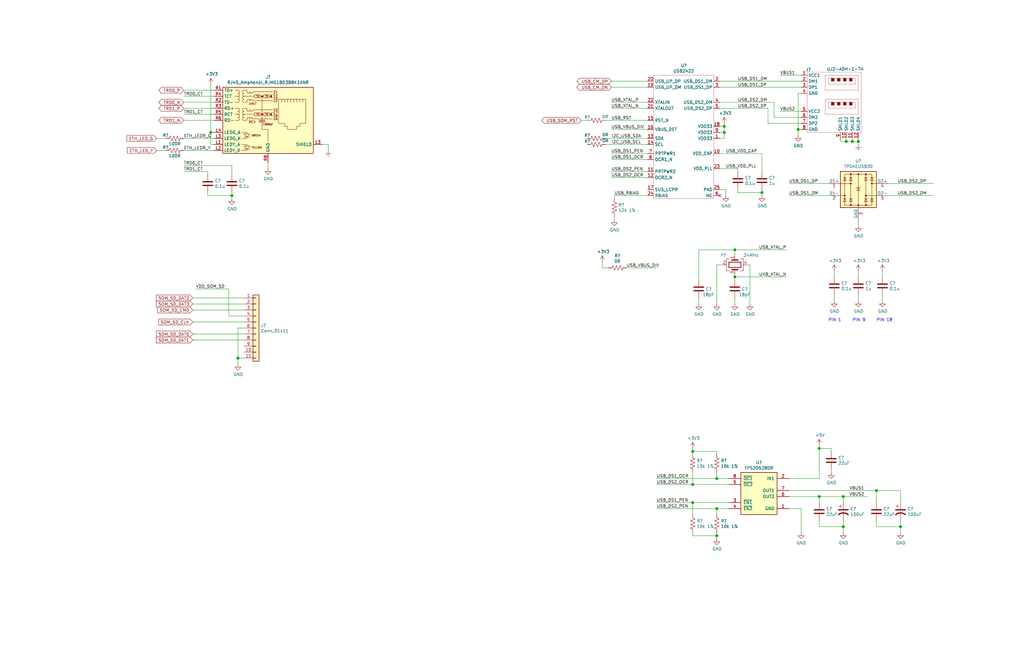
<source format=kicad_sch>
(kicad_sch (version 20201015) (generator eeschema)
  (page 1 6)
  (paper "B")
  (lib_symbols
    (symbol "Connector:RJ45_Amphenol_RJMG1BD3B8K1ANR"
      (property "Reference" "J" (at 19.05 15.24 0))
      (property "Value" "RJ45_Amphenol_RJMG1BD3B8K1ANR" (at -19.05 15.24 0))
      (symbol "RJ45_Amphenol_RJMG1BD3B8K1ANR_0_1"
        (arc (start -12.7 0) (end -12.7 1.27) (radius (at -12.7 0.635) (length 0.635) (angles -89.9 89.9)))
        (arc (start -12.7 1.27) (end -12.7 2.54) (radius (at -12.7 1.905) (length 0.635) (angles -89.9 89.9)))
        (arc (start -12.7 2.54) (end -12.7 3.81) (radius (at -12.7 3.175) (length 0.635) (angles -89.9 89.9)))
        (arc (start -12.7 3.81) (end -12.7 5.08) (radius (at -12.7 4.445) (length 0.635) (angles -89.9 89.9)))
        (arc (start -12.7 7.62) (end -12.7 8.89) (radius (at -12.7 8.255) (length 0.635) (angles -89.9 89.9)))
        (arc (start -12.7 8.89) (end -12.7 10.16) (radius (at -12.7 9.525) (length 0.635) (angles -89.9 89.9)))
        (arc (start -12.7 10.16) (end -12.7 11.43) (radius (at -12.7 10.795) (length 0.635) (angles -89.9 89.9)))
        (arc (start -12.7 11.43) (end -12.7 12.7) (radius (at -12.7 12.065) (length 0.635) (angles -89.9 89.9)))
        (arc (start -10.16 1.27) (end -10.16 0) (radius (at -10.16 0.635) (length 0.635) (angles 90.1 -90.1)))
        (arc (start -10.16 2.54) (end -10.16 1.27) (radius (at -10.16 1.905) (length 0.635) (angles 90.1 -90.1)))
        (arc (start -10.16 3.81) (end -10.16 2.54) (radius (at -10.16 3.175) (length 0.635) (angles 90.1 -90.1)))
        (arc (start -10.16 5.08) (end -10.16 3.81) (radius (at -10.16 4.445) (length 0.635) (angles 90.1 -90.1)))
        (arc (start -10.16 8.89) (end -10.16 7.62) (radius (at -10.16 8.255) (length 0.635) (angles 90.1 -90.1)))
        (arc (start -10.16 10.16) (end -10.16 8.89) (radius (at -10.16 9.525) (length 0.635) (angles 90.1 -90.1)))
        (arc (start -10.16 11.43) (end -10.16 10.16) (radius (at -10.16 10.795) (length 0.635) (angles 90.1 -90.1)))
        (arc (start -10.16 12.7) (end -10.16 11.43) (radius (at -10.16 12.065) (length 0.635) (angles 90.1 -90.1)))
        (arc (start -7.62 0.635) (end -8.89 0.635) (radius (at -8.255 0.635) (length 0.635) (angles 0.1 179.9)))
        (arc (start -8.89 4.445) (end -7.62 4.445) (radius (at -8.255 4.445) (length 0.635) (angles -179.9 -0.1)))
        (arc (start -7.62 8.255) (end -8.89 8.255) (radius (at -8.255 8.255) (length 0.635) (angles 0.1 179.9)))
        (arc (start -8.89 12.065) (end -7.62 12.065) (radius (at -8.255 12.065) (length 0.635) (angles -179.9 -0.1)))
        (arc (start -6.35 0.635) (end -7.62 0.635) (radius (at -6.985 0.635) (length 0.635) (angles 0.1 179.9)))
        (arc (start -7.62 4.445) (end -6.35 4.445) (radius (at -6.985 4.445) (length 0.635) (angles -179.9 -0.1)))
        (arc (start -6.35 8.255) (end -7.62 8.255) (radius (at -6.985 8.255) (length 0.635) (angles 0.1 179.9)))
        (arc (start -7.62 12.065) (end -6.35 12.065) (radius (at -6.985 12.065) (length 0.635) (angles -179.9 -0.1)))
        (rectangle (start -19.05 -13.97) (end 19.05 13.97) (stroke (width 0.254)) (fill (type background)))
        (rectangle (start -5.715 3.175) (end -3.175 1.905))
        (rectangle (start -5.715 10.795) (end -3.175 9.525))
        (rectangle (start -1.905 3.175) (end 0.635 1.905))
        (rectangle (start -1.905 10.795) (end 0.635 9.525))
        (polyline (pts (xy -12.7 0) (xy -13.97 0)))
        (polyline (pts (xy -12.7 2.54) (xy -13.97 2.54)))
        (polyline (pts (xy -12.7 5.08) (xy -13.97 5.08)))
        (polyline (pts (xy -12.7 7.62) (xy -13.97 7.62)))
        (polyline (pts (xy -12.7 10.16) (xy -13.97 10.16)))
        (polyline (pts (xy -12.7 12.7) (xy -13.97 12.7)))
        (polyline (pts (xy -6.35 0.635) (xy 1.905 0.635)))
        (polyline (pts (xy -6.35 4.445) (xy 1.905 4.445)))
        (polyline (pts (xy -6.35 8.255) (xy 1.905 8.255)))
        (polyline (pts (xy -6.35 12.065) (xy 1.905 12.065)))
        (polyline (pts (xy -5.715 2.54) (xy -10.16 2.54)))
        (polyline (pts (xy -5.715 10.16) (xy -10.16 10.16)))
        (polyline (pts (xy -3.175 2.54) (xy -1.905 2.54)))
        (polyline (pts (xy -3.175 10.16) (xy -1.905 10.16)))
        (polyline (pts (xy 5.715 7.62) (xy 5.715 8.89)))
        (polyline (pts (xy 6.985 8.89) (xy 6.985 7.62)))
        (polyline (pts (xy 8.255 8.89) (xy 8.255 7.62)))
        (polyline (pts (xy 9.525 8.89) (xy 9.525 7.62)))
        (polyline (pts (xy 10.795 8.89) (xy 10.795 7.62)))
        (polyline (pts (xy 12.065 8.89) (xy 12.065 7.62)))
        (polyline (pts (xy 13.335 7.62) (xy 13.335 8.89)))
        (polyline (pts (xy 14.605 7.62) (xy 14.605 8.89)))
        (polyline (pts (xy -10.16 5.08) (xy -8.89 5.08) (xy -8.89 4.445)))
        (polyline (pts (xy -10.16 12.7) (xy -8.89 12.7) (xy -8.89 12.065)))
        (polyline (pts (xy -8.89 0.635) (xy -8.89 0) (xy -10.16 0)))
        (polyline (pts (xy -8.89 8.255) (xy -8.89 7.62) (xy -10.16 7.62)))
        (polyline (pts (xy 4.445 8.89) (xy 15.875 8.89) (xy 15.875 -1.27) (xy 13.335 -1.27) (xy 13.335 -2.54) (xy 12.065 -2.54) (xy 12.065 -3.81) (xy 8.255 -3.81) (xy 8.255 -2.54) (xy 6.985 -2.54) (xy 6.985 -1.27) (xy 4.445 -1.27) (xy 4.445 8.89)))
      )
      (symbol "RJ45_Amphenol_RJMG1BD3B8K1ANR_0_0"
        (circle (center -2.54 2.54) (radius 0.254) (stroke (width 0.254)) (fill (type outline)))
        (circle (center -2.54 10.16) (radius 0.254) (stroke (width 0.254)) (fill (type outline)))
        (circle (center 1.27 2.54) (radius 0.254) (stroke (width 0.254)) (fill (type outline)))
        (circle (center 1.27 10.16) (radius 0.254) (stroke (width 0.254)) (fill (type outline)))
        (text "1000pF" (at 0 -1.651 0) (effects (font (size 0.762 0.762))))
        (text "75" (at -4.445 2.54 0) (effects (font (size 0.762 0.762))))
        (text "75" (at -4.445 10.16 0) (effects (font (size 0.762 0.762))))
        (text "75" (at -0.635 2.54 0) (effects (font (size 0.762 0.762))))
        (text "75" (at -0.635 10.16 0) (effects (font (size 0.762 0.762))))
        (text "C1" (at 3.175 12.065 0) (effects (font (size 0.889 0.889))))
        (text "C2" (at 3.175 8.255 0) (effects (font (size 0.889 0.889))))
        (text "C3" (at 3.175 4.445 0) (effects (font (size 0.889 0.889))))
        (text "C4" (at 3.175 10.795 0) (effects (font (size 0.889 0.889))))
        (text "C5" (at 3.175 9.525 0) (effects (font (size 0.889 0.889))))
        (text "C6" (at 3.175 0.635 0) (effects (font (size 0.889 0.889))))
        (text "C7" (at 3.175 3.175 0) (effects (font (size 0.889 0.889))))
        (text "C8" (at 3.175 1.905 0) (effects (font (size 0.889 0.889))))
        (text "GREEN" (at -6.985 -6.35 0) (effects (font (size 0.762 0.762)) (justify left)))
        (text "RCV" (at -8.255 -0.635 0) (effects (font (size 1.016 1.016)) (justify left)))
        (text "XMIT" (at -8.255 6.985 0) (effects (font (size 1.016 1.016)) (justify left)))
        (text "YELLOW" (at -6.985 -11.43 0) (effects (font (size 0.762 0.762)) (justify left)))
        (polyline (pts (xy -7.62 -12.065) (xy -10.16 -12.065)))
        (polyline (pts (xy -7.62 -6.985) (xy -10.16 -6.985)))
        (polyline (pts (xy -2.54 10.16) (xy -2.54 0)))
        (polyline (pts (xy -1.27 -0.635) (xy -3.81 -0.635)) (stroke (width 0.254)))
        (polyline (pts (xy -1.27 0) (xy -3.81 0)) (stroke (width 0.254)))
        (polyline (pts (xy 1.27 2.54) (xy 0.635 2.54)))
        (polyline (pts (xy 1.27 10.16) (xy 0.635 10.16)))
        (polyline (pts (xy -11.176 -12.7) (xy -8.89 -12.7) (xy -8.89 -12.065)))
        (polyline (pts (xy -11.176 -10.16) (xy -8.89 -10.16) (xy -8.89 -10.795)))
        (polyline (pts (xy -11.176 -5.08) (xy -8.89 -5.08) (xy -8.89 -5.715)))
        (polyline (pts (xy -8.89 -6.985) (xy -8.89 -7.62) (xy -11.176 -7.62)))
        (polyline (pts (xy -10.16 -5.715) (xy -7.62 -5.715) (xy -8.89 -6.985) (xy -10.16 -5.715)))
        (polyline (pts (xy -7.62 -10.795) (xy -10.16 -10.795) (xy -8.89 -12.065) (xy -7.62 -10.795)))
        (polyline (pts (xy -2.54 -0.635) (xy -2.54 -3.81) (xy 0 -3.81) (xy 0 -8.89)))
        (polyline (pts (xy 1.905 3.175) (xy 1.27 3.175) (xy 1.27 1.905) (xy 1.905 1.905)))
        (polyline (pts (xy 1.905 10.795) (xy 1.27 10.795) (xy 1.27 9.525) (xy 1.905 9.525)))
      )
      (symbol "RJ45_Amphenol_RJMG1BD3B8K1ANR_1_1"
        (pin passive line (at 22.86 -10.16 180) (length 3.81) (name "SHIELD") (number "13"))
        (pin passive line (at -22.86 -10.16 0) (length 3.81) (name "LEDY_A") (number "L1"))
        (pin passive line (at -22.86 -12.7 0) (length 3.81) (name "LEDY_K") (number "L2"))
        (pin passive line (at -22.86 -7.62 0) (length 3.81) (name "LEDG_K") (number "L3"))
        (pin passive line (at -22.86 -5.08 0) (length 3.81) (name "LEDG_A") (number "L4"))
        (pin passive line (at -22.86 12.7 0) (length 3.81) (name "TD+") (number "R1"))
        (pin passive line (at -22.86 7.62 0) (length 3.81) (name "TD-") (number "R2"))
        (pin passive line (at -22.86 5.08 0) (length 3.81) (name "RD+") (number "R3"))
        (pin passive line (at -22.86 10.16 0) (length 3.81) (name "TCT") (number "R4"))
        (pin passive line (at -22.86 2.54 0) (length 3.81) (name "RCT") (number "R5"))
        (pin passive line (at -22.86 0 0) (length 3.81) (name "RD-") (number "R6"))
        (pin unconnected line (at 5.08 -5.08 0) (length 0) hide (name "NC") (number "R7"))
        (pin power_in line (at 0 -17.78 90) (length 3.81) (name "GND") (number "R8"))
      )
    )
    (symbol "Connector_Generic:Conn_01x11" (pin_names (offset 1.016) hide)
      (property "Reference" "J" (at 0 15.24 0))
      (property "Value" "Conn_01x11" (at 0 -15.24 0))
      (symbol "Conn_01x11_1_1"
        (rectangle (start -1.27 -4.953) (end 0 -5.207) (stroke (width 0.1524)))
        (rectangle (start -1.27 -7.493) (end 0 -7.747) (stroke (width 0.1524)))
        (rectangle (start -1.27 -10.033) (end 0 -10.287) (stroke (width 0.1524)))
        (rectangle (start -1.27 -12.573) (end 0 -12.827) (stroke (width 0.1524)))
        (rectangle (start -1.27 -2.413) (end 0 -2.667) (stroke (width 0.1524)))
        (rectangle (start -1.27 2.667) (end 0 2.413) (stroke (width 0.1524)))
        (rectangle (start -1.27 5.207) (end 0 4.953) (stroke (width 0.1524)))
        (rectangle (start -1.27 7.747) (end 0 7.493) (stroke (width 0.1524)))
        (rectangle (start -1.27 10.287) (end 0 10.033) (stroke (width 0.1524)))
        (rectangle (start -1.27 0.127) (end 0 -0.127) (stroke (width 0.1524)))
        (rectangle (start -1.27 12.827) (end 0 12.573) (stroke (width 0.1524)))
        (rectangle (start -1.27 13.97) (end 1.27 -13.97) (stroke (width 0.254)) (fill (type background)))
        (pin passive line (at -5.08 12.7 0) (length 3.81) (name "Pin_1") (number "1"))
        (pin passive line (at -5.08 -10.16 0) (length 3.81) (name "Pin_10") (number "10"))
        (pin passive line (at -5.08 -12.7 0) (length 3.81) (name "Pin_11") (number "11"))
        (pin passive line (at -5.08 10.16 0) (length 3.81) (name "Pin_2") (number "2"))
        (pin passive line (at -5.08 7.62 0) (length 3.81) (name "Pin_3") (number "3"))
        (pin passive line (at -5.08 5.08 0) (length 3.81) (name "Pin_4") (number "4"))
        (pin passive line (at -5.08 2.54 0) (length 3.81) (name "Pin_5") (number "5"))
        (pin passive line (at -5.08 0 0) (length 3.81) (name "Pin_6") (number "6"))
        (pin passive line (at -5.08 -2.54 0) (length 3.81) (name "Pin_7") (number "7"))
        (pin passive line (at -5.08 -5.08 0) (length 3.81) (name "Pin_8") (number "8"))
        (pin passive line (at -5.08 -7.62 0) (length 3.81) (name "Pin_9") (number "9"))
      )
    )
    (symbol "Device:C" (pin_numbers hide) (pin_names (offset 0.254))
      (property "Reference" "C" (at 0.635 2.54 0))
      (property "Value" "C" (at 0.635 -2.54 0))
      (symbol "C_0_1"
        (polyline (pts (xy -2.032 -0.762) (xy 2.032 -0.762)) (stroke (width 0.508)))
        (polyline (pts (xy -2.032 0.762) (xy 2.032 0.762)) (stroke (width 0.508)))
      )
      (symbol "C_1_1"
        (pin passive line (at 0 3.81 270) (length 2.794) (name "~") (number "1"))
        (pin passive line (at 0 -3.81 90) (length 2.794) (name "~") (number "2"))
      )
    )
    (symbol "Device:C_Polarized_US" (pin_numbers hide) (pin_names (offset 0.254) hide)
      (property "Reference" "C" (at 0.635 2.54 0))
      (property "Value" "C_Polarized_US" (at 0.635 -2.54 0))
      (symbol "C_Polarized_US_0_1"
        (arc (start -2.032 -1.27) (end 2.032 -1.27) (radius (at 0 -3.81) (length 3.2512) (angles 128.7 51.3)) (stroke (width 0.508)))
        (polyline (pts (xy -2.032 0.762) (xy 2.032 0.762)) (stroke (width 0.508)))
        (polyline (pts (xy -1.778 2.286) (xy -0.762 2.286)))
        (polyline (pts (xy -1.27 1.778) (xy -1.27 2.794)))
      )
      (symbol "C_Polarized_US_1_1"
        (pin passive line (at 0 3.81 270) (length 2.794) (name "~") (number "1"))
        (pin passive line (at 0 -3.81 90) (length 3.302) (name "~") (number "2"))
      )
    )
    (symbol "Device:Crystal_GND24" (pin_names (offset 1.016) hide)
      (property "Reference" "Y" (at 3.175 5.08 0))
      (property "Value" "Crystal_GND24" (at 3.175 3.175 0))
      (symbol "Crystal_GND24_0_1"
        (rectangle (start -1.143 2.54) (end 1.143 -2.54) (stroke (width 0.3048)))
        (polyline (pts (xy -2.54 0) (xy -2.032 0)))
        (polyline (pts (xy -2.032 -1.27) (xy -2.032 1.27)) (stroke (width 0.508)))
        (polyline (pts (xy 0 -3.81) (xy 0 -3.556)))
        (polyline (pts (xy 0 3.556) (xy 0 3.81)))
        (polyline (pts (xy 2.032 -1.27) (xy 2.032 1.27)) (stroke (width 0.508)))
        (polyline (pts (xy 2.032 0) (xy 2.54 0)))
        (polyline (pts (xy -2.54 -2.286) (xy -2.54 -3.556) (xy 2.54 -3.556) (xy 2.54 -2.286)))
        (polyline (pts (xy -2.54 2.286) (xy -2.54 3.556) (xy 2.54 3.556) (xy 2.54 2.286)))
      )
      (symbol "Crystal_GND24_1_1"
        (pin passive line (at -3.81 0 0) (length 1.27) (name "1") (number "1"))
        (pin passive line (at 0 5.08 270) (length 1.27) (name "2") (number "2"))
        (pin passive line (at 3.81 0 180) (length 1.27) (name "3") (number "3"))
        (pin passive line (at 0 -5.08 90) (length 1.27) (name "4") (number "4"))
      )
    )
    (symbol "Device:R_US" (pin_numbers hide) (pin_names (offset 0))
      (property "Reference" "R" (at 2.54 0 90))
      (property "Value" "R_US" (at -2.54 0 90))
      (symbol "R_US_0_1"
        (polyline (pts (xy 0 -2.286) (xy 0 -2.54)))
        (polyline (pts (xy 0 2.286) (xy 0 2.54)))
        (polyline (pts (xy 0 -0.762) (xy 1.016 -1.143) (xy 0 -1.524) (xy -1.016 -1.905) (xy 0 -2.286)))
        (polyline (pts (xy 0 0.762) (xy 1.016 0.381) (xy 0 0) (xy -1.016 -0.381) (xy 0 -0.762)))
        (polyline (pts (xy 0 2.286) (xy 1.016 1.905) (xy 0 1.524) (xy -1.016 1.143) (xy 0 0.762)))
      )
      (symbol "R_US_1_1"
        (pin passive line (at 0 3.81 270) (length 1.27) (name "~") (number "1"))
        (pin passive line (at 0 -3.81 90) (length 1.27) (name "~") (number "2"))
      )
    )
    (symbol "KlipperShip_Symbols:TPS2052BDR" (pin_names (offset 1.016))
      (property "Reference" "U" (at 0 10.795 0))
      (property "Value" "TPS2052BDR" (at 0 8.89 0))
      (symbol "TPS2052BDR_0_1"
        (rectangle (start -7.62 7.62) (end 7.62 -10.16) (stroke (width 0.254)) (fill (type background)))
      )
      (symbol "TPS2052BDR_1_1"
        (pin power_in line (at 12.7 -7.62 180) (length 5.08) (name "GND") (number "1"))
        (pin power_in line (at 12.7 5.08 180) (length 5.08) (name "IN1") (number "2"))
        (pin input line (at -12.7 -5.08 0) (length 5.08) (name "~EN1") (number "3"))
        (pin input line (at -12.7 -7.62 0) (length 5.08) (name "~EN2") (number "4"))
        (pin open_collector line (at -12.7 2.54 0) (length 5.08) (name "~OC2") (number "5"))
        (pin power_out line (at 12.7 -2.54 180) (length 5.08) (name "OUT2") (number "6"))
        (pin power_out line (at 12.7 0 180) (length 5.08) (name "OUT1") (number "7"))
        (pin open_collector line (at -12.7 5.08 0) (length 5.08) (name "~OC1") (number "8"))
      )
    )
    (symbol "KlipperShip_Symbols:UJ2-ADH-1-TH"
      (property "Reference" "J" (at -8.89 12.7 0))
      (property "Value" "UJ2-ADH-1-TH" (at -6.35 -15.24 0))
      (symbol "UJ2-ADH-1-TH_0_1"
        (rectangle (start -10.16 11.43) (end 12.7 -13.97) (stroke (width 0.0006)))
        (rectangle (start -2.54 10.16) (end 11.43 3.81) (stroke (width 0.0006)))
        (rectangle (start -2.54 0) (end 11.43 -6.35) (stroke (width 0.0006)))
        (rectangle (start -1.27 -1.27) (end 10.16 -3.81) (stroke (width 0.0006)))
        (rectangle (start -1.27 8.89) (end 10.16 6.35) (stroke (width 0.0006)))
        (rectangle (start 0 8.89) (end 1.27 7.62) (stroke (width 0.001)) (fill (type outline)))
        (rectangle (start 2.54 8.89) (end 3.81 7.62) (stroke (width 0.001)) (fill (type outline)))
        (rectangle (start 5.08 8.89) (end 6.35 7.62) (stroke (width 0.001)) (fill (type outline)))
        (rectangle (start 7.62 8.89) (end 8.89 7.62) (stroke (width 0.001)) (fill (type outline)))
        (rectangle (start 0 -1.27) (end 1.27 -2.54) (stroke (width 0.001)) (fill (type outline)))
        (rectangle (start 2.54 -1.27) (end 3.81 -2.54) (stroke (width 0.001)) (fill (type outline)))
        (rectangle (start 5.08 -1.27) (end 6.35 -2.54) (stroke (width 0.001)) (fill (type outline)))
        (rectangle (start 7.62 -1.27) (end 8.89 -2.54) (stroke (width 0.001)) (fill (type outline)))
      )
      (symbol "UJ2-ADH-1-TH_0_0"
        (pin power_in line (at -12.7 10.16 0) (length 2.54) (name "VCC1") (number "1"))
        (pin bidirectional line (at -12.7 7.62 0) (length 2.54) (name "DM1") (number "2"))
        (pin bidirectional line (at -12.7 5.08 0) (length 2.54) (name "DP1") (number "3"))
        (pin power_in line (at -12.7 2.54 0) (length 2.54) (name "GND") (number "4"))
        (pin power_in line (at -12.7 -5.08 0) (length 2.54) (name "VCC2") (number "5"))
        (pin bidirectional line (at -12.7 -7.62 0) (length 2.54) (name "DM2") (number "6"))
        (pin bidirectional line (at -12.7 -10.16 0) (length 2.54) (name "DP2") (number "7"))
        (pin power_in line (at -12.7 -12.7 0) (length 2.54) (name "GND") (number "8"))
        (pin passive line (at 3.81 -16.51 90) (length 2.54) (name "SHLD1") (number "9"))
        (pin passive line (at 6.35 -16.51 90) (length 2.54) (name "SHLD2") (number "10"))
        (pin passive line (at 8.89 -16.51 90) (length 2.54) (name "SHLD3") (number "11"))
        (pin passive line (at 11.43 -16.51 90) (length 2.54) (name "SHLD4") (number "12"))
      )
    )
    (symbol "KlipperShip_Symbols:USB2422"
      (property "Reference" "U" (at -11.43 25.4 0))
      (property "Value" "USB2422" (at 8.89 -29.21 0))
      (symbol "USB2422_0_1"
        (rectangle (start -12.7 24.13) (end 12.7 -27.94) (stroke (width 0.0006)))
      )
      (symbol "USB2422_0_0"
        (pin power_in line (at 15.24 -2.54 180) (length 2.54) (name "VDD33") (number "1"))
        (pin bidirectional line (at -15.24 19.05 0) (length 2.54) (name "USB_UP_DM") (number "19"))
        (pin bidirectional line (at -15.24 21.59 0) (length 2.54) (name "USB_UP_DP") (number "20"))
        (pin bidirectional line (at -15.24 1.27 0) (length 2.54) (name "VBUS_DET") (number "16"))
        (pin bidirectional line (at 15.24 21.59 180) (length 2.54) (name "USB_DS1_DM") (number "2"))
        (pin bidirectional line (at 15.24 19.05 180) (length 2.54) (name "USB_DS1_DP") (number "3"))
        (pin bidirectional line (at 15.24 12.7 180) (length 2.54) (name "USB_DS2_DM") (number "4"))
        (pin bidirectional line (at 15.24 10.16 180) (length 2.54) (name "USB_DS2_DP") (number "5"))
        (pin passive line (at 15.24 -26.67 180) (length 2.54) (name "NC") (number "6"))
        (pin passive line (at -15.24 -8.89 0) (length 2.54) (name "PRTPWR1") (number "7"))
        (pin passive line (at -15.24 -16.51 0) (length 2.54) (name "PRTPWR2") (number "11"))
        (pin passive line (at -15.24 -11.43 0) (length 2.54) (name "OCR1_N") (number "8"))
        (pin passive line (at -15.24 -19.05 0) (length 2.54) (name "OCR2_N") (number "12"))
        (pin output line (at -15.24 -26.67 0) (length 2.54) (name "RBIAS") (number "24"))
        (pin bidirectional line (at -15.24 -2.54 0) (length 2.54) (name "SDA") (number "13"))
        (pin input line (at -15.24 -5.08 0) (length 2.54) (name "SCL") (number "14"))
        (pin bidirectional line (at -15.24 12.7 0) (length 2.54) (name "XTALIN") (number "22"))
        (pin bidirectional line (at -15.24 10.16 0) (length 2.54) (name "XTALOUT") (number "21"))
        (pin bidirectional line (at -15.24 5.08 0) (length 2.54) (name "RST_N") (number "15"))
        (pin bidirectional line (at -15.24 -24.13 0) (length 2.54) (name "SUS_LCPR") (number "17"))
        (pin power_in line (at 15.24 0 180) (length 2.54) (name "VDD33") (number "9"))
        (pin power_in line (at 15.24 2.54 180) (length 2.54) (name "VDD33") (number "18"))
        (pin power_out line (at 15.24 -8.89 180) (length 2.54) (name "VDD_CAP") (number "10"))
        (pin power_out line (at 15.24 -15.24 180) (length 2.54) (name "VDD_PLL") (number "23"))
        (pin power_out line (at 15.24 -24.13 180) (length 2.54) (name "PAD") (number "25"))
      )
    )
    (symbol "Power_Protection:TPD4EUSB30" (pin_names (offset 0))
      (property "Reference" "U" (at -0.635 8.89 0))
      (property "Value" "TPD4EUSB30" (at 8.89 -10.16 0))
      (symbol "TPD4EUSB30_0_1"
        (circle (center -5.715 -2.54) (radius 0.2794) (fill (type outline)))
        (circle (center -3.175 -6.604) (radius 0.2794) (fill (type outline)))
        (circle (center -3.175 2.54) (radius 0.2794) (fill (type outline)))
        (circle (center -3.175 6.477) (radius 0.2794) (fill (type outline)))
        (circle (center 0 -6.604) (radius 0.2794) (fill (type outline)))
        (circle (center 0 6.477) (radius 0.2794) (fill (type outline)))
        (circle (center 3.175 -6.604) (radius 0.2794) (fill (type outline)))
        (circle (center 3.175 -2.54) (radius 0.2794) (fill (type outline)))
        (circle (center 3.175 6.477) (radius 0.2794) (fill (type outline)))
        (circle (center 5.715 2.54) (radius 0.2794) (fill (type outline)))
        (rectangle (start -7.62 7.62) (end 7.62 -7.62) (stroke (width 0.254)) (fill (type background)))
        (polyline (pts (xy -7.747 2.54) (xy -3.175 2.54)))
        (polyline (pts (xy -7.62 -2.54) (xy -5.715 -2.54)))
        (polyline (pts (xy -5.08 -3.81) (xy -6.35 -3.81)))
        (polyline (pts (xy -5.08 5.08) (xy -6.35 5.08)))
        (polyline (pts (xy -2.54 -3.81) (xy -3.81 -3.81)))
        (polyline (pts (xy -2.54 5.08) (xy -3.81 5.08)))
        (polyline (pts (xy -0.635 0.889) (xy -1.016 0.635)))
        (polyline (pts (xy 0 -6.604) (xy 0 -7.62)))
        (polyline (pts (xy 0.635 0.889) (xy -0.635 0.889)))
        (polyline (pts (xy 0.635 0.889) (xy 1.016 1.143)))
        (polyline (pts (xy 3.81 -3.81) (xy 2.54 -3.81)))
        (polyline (pts (xy 3.81 5.08) (xy 2.54 5.08)))
        (polyline (pts (xy 6.35 -3.81) (xy 5.08 -3.81)))
        (polyline (pts (xy 6.35 5.08) (xy 5.08 5.08)))
        (polyline (pts (xy 7.62 -2.54) (xy 3.175 -2.54)))
        (polyline (pts (xy 7.62 2.54) (xy 5.715 2.54)))
        (polyline (pts (xy -5.08 -5.08) (xy -6.35 -5.08) (xy -5.715 -3.81) (xy -5.08 -5.08)))
        (polyline (pts (xy -5.08 3.81) (xy -6.35 3.81) (xy -5.715 5.08) (xy -5.08 3.81)))
        (polyline (pts (xy -2.54 -5.08) (xy -3.81 -5.08) (xy -3.175 -3.81) (xy -2.54 -5.08)))
        (polyline (pts (xy -2.54 3.81) (xy -3.81 3.81) (xy -3.175 5.08) (xy -2.54 3.81)))
        (polyline (pts (xy 0.635 -0.381) (xy -0.635 -0.381) (xy 0 0.889) (xy 0.635 -0.381)))
        (polyline (pts (xy 3.81 -5.08) (xy 2.54 -5.08) (xy 3.175 -3.81) (xy 3.81 -5.08)))
        (polyline (pts (xy 3.81 3.81) (xy 2.54 3.81) (xy 3.175 5.08) (xy 3.81 3.81)))
        (polyline (pts (xy 6.35 -5.08) (xy 5.08 -5.08) (xy 5.715 -3.81) (xy 6.35 -5.08)))
        (polyline (pts (xy 6.35 3.81) (xy 5.08 3.81) (xy 5.715 5.08) (xy 6.35 3.81)))
      )
      (symbol "TPD4EUSB30_0_0"
        (rectangle (start -5.715 6.477) (end 5.715 -6.604))
        (polyline (pts (xy -3.175 -6.604) (xy -3.175 6.477)))
        (polyline (pts (xy 0 6.477) (xy 0 -6.604)))
        (polyline (pts (xy 3.175 6.477) (xy 3.175 -6.604)))
      )
      (symbol "TPD4EUSB30_1_1"
        (pin passive line (at -12.7 2.54 0) (length 5.08) (name "D1+") (number "1"))
        (pin unconnected line (at -5.08 7.62 0) (length 5.08) hide (name "NC") (number "10"))
        (pin passive line (at -12.7 -2.54 0) (length 5.08) (name "D1-") (number "2"))
        (pin power_in line (at 0 -12.7 90) (length 5.08) (name "GND") (number "3"))
        (pin passive line (at 12.7 2.54 180) (length 5.08) (name "D2+") (number "4"))
        (pin passive line (at 12.7 -2.54 180) (length 5.08) (name "D2-") (number "5"))
        (pin unconnected line (at 5.08 -7.62 180) (length 5.08) hide (name "NC") (number "6"))
        (pin unconnected line (at 5.08 7.62 180) (length 5.08) hide (name "NC") (number "7"))
        (pin passive line (at 0 -12.7 90) (length 5.08) hide (name "GND") (number "8"))
        (pin unconnected line (at -5.08 -7.62 0) (length 5.08) hide (name "NC") (number "9"))
      )
    )
    (symbol "power:+3V3" (power) (pin_names (offset 0))
      (property "Value" "+3V3" (at 0 3.556 0))
      (symbol "+3V3_0_1"
        (polyline (pts (xy -0.762 1.27) (xy 0 2.54)))
        (polyline (pts (xy 0 0) (xy 0 2.54)))
        (polyline (pts (xy 0 2.54) (xy 0.762 1.27)))
      )
      (symbol "+3V3_1_1"
        (pin power_in line (at 0 0 90) (length 0) hide (name "+3V3") (number "1"))
      )
    )
    (symbol "power:+5V" (power) (pin_names (offset 0))
      (property "Value" "+5V" (at 0 3.556 0))
      (symbol "+5V_0_1"
        (polyline (pts (xy -0.762 1.27) (xy 0 2.54)))
        (polyline (pts (xy 0 0) (xy 0 2.54)))
        (polyline (pts (xy 0 2.54) (xy 0.762 1.27)))
      )
      (symbol "+5V_1_1"
        (pin power_in line (at 0 0 90) (length 0) hide (name "+5V") (number "1"))
      )
    )
    (symbol "power:Earth" (power) (pin_names (offset 0))
      (symbol "Earth_0_1"
        (polyline (pts (xy -0.635 -1.905) (xy 0.635 -1.905)))
        (polyline (pts (xy -0.127 -2.54) (xy 0.127 -2.54)))
        (polyline (pts (xy 0 -1.27) (xy 0 0)))
        (polyline (pts (xy 1.27 -1.27) (xy -1.27 -1.27)))
      )
      (symbol "Earth_1_1"
        (pin power_in line (at 0 0 270) (length 0) hide (name "Earth") (number "1"))
      )
    )
    (symbol "power:GND" (power) (pin_names (offset 0))
      (property "Value" "GND" (at 0 -3.81 0))
      (symbol "GND_0_1"
        (polyline (pts (xy 0 0) (xy 0 -1.27) (xy 1.27 -1.27) (xy 0 -2.54) (xy -1.27 -1.27) (xy 0 -1.27)))
      )
      (symbol "GND_1_1"
        (pin power_in line (at 0 0 270) (length 0) hide (name "GND") (number "1"))
      )
    )
  )
  (junction (at 88.9 55.88) (diameter 1.016))
  (junction (at 97.79 82.55) (diameter 1.016))
  (junction (at 100.33 151.13) (diameter 1.016))
  (junction (at 292.1 190.5) (diameter 1.016))
  (junction (at 292.1 204.47) (diameter 1.016))
  (junction (at 292.1 212.09) (diameter 1.016))
  (junction (at 302.26 201.93) (diameter 1.016))
  (junction (at 302.26 214.63) (diameter 1.016))
  (junction (at 302.26 226.06) (diameter 1.016))
  (junction (at 305.435 53.34) (diameter 1.016))
  (junction (at 305.435 55.88) (diameter 1.016))
  (junction (at 309.88 105.41) (diameter 1.016))
  (junction (at 309.88 116.84) (diameter 1.016))
  (junction (at 321.31 81.28) (diameter 1.016))
  (junction (at 336.55 54.61) (diameter 1.016))
  (junction (at 345.44 189.23) (diameter 1.016))
  (junction (at 345.44 209.55) (diameter 1.016))
  (junction (at 355.6 209.55) (diameter 1.016))
  (junction (at 355.6 222.25) (diameter 1.016))
  (junction (at 356.87 59.69) (diameter 1.016))
  (junction (at 359.41 59.69) (diameter 1.016))
  (junction (at 361.95 59.69) (diameter 1.016))
  (junction (at 369.57 207.01) (diameter 1.016))
  (junction (at 379.73 222.25) (diameter 1.016))
  (no_connect (at 303.53 82.55))
  (wire (pts (xy 66.04 58.42) (xy 69.85 58.42)))
  (wire (pts (xy 66.04 63.5) (xy 69.85 63.5)))
  (wire (pts (xy 77.47 38.1) (xy 90.17 38.1)))
  (wire (pts (xy 77.47 40.64) (xy 90.17 40.64)))
  (wire (pts (xy 77.47 43.18) (xy 90.17 43.18)))
  (wire (pts (xy 77.47 45.72) (xy 90.17 45.72)))
  (wire (pts (xy 77.47 48.26) (xy 90.17 48.26)))
  (wire (pts (xy 77.47 50.8) (xy 90.17 50.8)))
  (wire (pts (xy 77.47 58.42) (xy 90.17 58.42)))
  (wire (pts (xy 77.47 63.5) (xy 90.17 63.5)))
  (wire (pts (xy 77.47 69.85) (xy 97.79 69.85)))
  (wire (pts (xy 77.47 72.39) (xy 87.63 72.39)))
  (wire (pts (xy 81.28 125.73) (xy 102.87 125.73)))
  (wire (pts (xy 81.28 128.27) (xy 102.87 128.27)))
  (wire (pts (xy 81.28 130.81) (xy 102.87 130.81)))
  (wire (pts (xy 81.28 135.89) (xy 102.87 135.89)))
  (wire (pts (xy 81.28 140.97) (xy 102.87 140.97)))
  (wire (pts (xy 81.28 143.51) (xy 102.87 143.51)))
  (wire (pts (xy 82.55 121.92) (xy 96.52 121.92)))
  (wire (pts (xy 87.63 73.66) (xy 87.63 72.39)))
  (wire (pts (xy 87.63 81.28) (xy 87.63 82.55)))
  (wire (pts (xy 87.63 82.55) (xy 97.79 82.55)))
  (wire (pts (xy 88.9 35.56) (xy 88.9 55.88)))
  (wire (pts (xy 88.9 55.88) (xy 88.9 60.96)))
  (wire (pts (xy 88.9 55.88) (xy 90.17 55.88)))
  (wire (pts (xy 88.9 60.96) (xy 90.17 60.96)))
  (wire (pts (xy 96.52 133.35) (xy 96.52 121.92)))
  (wire (pts (xy 97.79 73.66) (xy 97.79 69.85)))
  (wire (pts (xy 97.79 82.55) (xy 97.79 81.28)))
  (wire (pts (xy 97.79 82.55) (xy 97.79 83.82)))
  (wire (pts (xy 100.33 138.43) (xy 102.87 138.43)))
  (wire (pts (xy 100.33 151.13) (xy 100.33 138.43)))
  (wire (pts (xy 100.33 151.13) (xy 100.33 153.67)))
  (wire (pts (xy 102.87 133.35) (xy 96.52 133.35)))
  (wire (pts (xy 102.87 151.13) (xy 100.33 151.13)))
  (wire (pts (xy 113.03 68.58) (xy 113.03 71.12)))
  (wire (pts (xy 138.43 60.96) (xy 135.89 60.96)))
  (wire (pts (xy 138.43 63.5) (xy 138.43 60.96)))
  (wire (pts (xy 245.11 50.8) (xy 247.65 50.8)))
  (wire (pts (xy 254 110.49) (xy 254 113.03)))
  (wire (pts (xy 254 113.03) (xy 256.54 113.03)))
  (wire (pts (xy 255.27 50.8) (xy 273.05 50.8)))
  (wire (pts (xy 255.27 58.42) (xy 273.05 58.42)))
  (wire (pts (xy 255.27 60.96) (xy 273.05 60.96)))
  (wire (pts (xy 257.81 34.29) (xy 273.05 34.29)))
  (wire (pts (xy 257.81 36.83) (xy 273.05 36.83)))
  (wire (pts (xy 257.81 43.18) (xy 273.05 43.18)))
  (wire (pts (xy 257.81 45.72) (xy 273.05 45.72)))
  (wire (pts (xy 257.81 54.61) (xy 273.05 54.61)))
  (wire (pts (xy 257.81 64.77) (xy 273.05 64.77)))
  (wire (pts (xy 257.81 67.31) (xy 273.05 67.31)))
  (wire (pts (xy 257.81 72.39) (xy 273.05 72.39)))
  (wire (pts (xy 257.81 74.93) (xy 273.05 74.93)))
  (wire (pts (xy 259.08 82.55) (xy 259.08 83.82)))
  (wire (pts (xy 259.08 91.44) (xy 259.08 92.71)))
  (wire (pts (xy 264.16 113.03) (xy 276.86 113.03)))
  (wire (pts (xy 273.05 82.55) (xy 259.08 82.55)))
  (wire (pts (xy 276.86 201.93) (xy 302.26 201.93)))
  (wire (pts (xy 276.86 204.47) (xy 292.1 204.47)))
  (wire (pts (xy 276.86 212.09) (xy 292.1 212.09)))
  (wire (pts (xy 276.86 214.63) (xy 302.26 214.63)))
  (wire (pts (xy 292.1 189.23) (xy 292.1 190.5)))
  (wire (pts (xy 292.1 190.5) (xy 292.1 191.77)))
  (wire (pts (xy 292.1 190.5) (xy 302.26 190.5)))
  (wire (pts (xy 292.1 199.39) (xy 292.1 204.47)))
  (wire (pts (xy 292.1 204.47) (xy 307.34 204.47)))
  (wire (pts (xy 292.1 212.09) (xy 292.1 217.17)))
  (wire (pts (xy 292.1 226.06) (xy 292.1 224.79)))
  (wire (pts (xy 294.64 105.41) (xy 294.64 118.11)))
  (wire (pts (xy 294.64 105.41) (xy 309.88 105.41)))
  (wire (pts (xy 294.64 125.73) (xy 294.64 128.27)))
  (wire (pts (xy 302.26 111.76) (xy 302.26 128.27)))
  (wire (pts (xy 302.26 111.76) (xy 304.8 111.76)))
  (wire (pts (xy 302.26 190.5) (xy 302.26 191.77)))
  (wire (pts (xy 302.26 201.93) (xy 302.26 199.39)))
  (wire (pts (xy 302.26 214.63) (xy 302.26 217.17)))
  (wire (pts (xy 302.26 224.79) (xy 302.26 226.06)))
  (wire (pts (xy 302.26 226.06) (xy 292.1 226.06)))
  (wire (pts (xy 302.26 226.06) (xy 302.26 227.33)))
  (wire (pts (xy 303.53 34.29) (xy 337.82 34.29)))
  (wire (pts (xy 303.53 36.83) (xy 337.82 36.83)))
  (wire (pts (xy 303.53 43.18) (xy 326.39 43.18)))
  (wire (pts (xy 303.53 45.72) (xy 323.85 45.72)))
  (wire (pts (xy 303.53 53.34) (xy 305.435 53.34)))
  (wire (pts (xy 303.53 55.88) (xy 305.435 55.88)))
  (wire (pts (xy 303.53 58.42) (xy 305.435 58.42)))
  (wire (pts (xy 303.53 64.77) (xy 321.31 64.77)))
  (wire (pts (xy 303.53 71.12) (xy 311.15 71.12)))
  (wire (pts (xy 305.435 53.34) (xy 305.435 52.07)))
  (wire (pts (xy 305.435 55.88) (xy 305.435 53.34)))
  (wire (pts (xy 305.435 58.42) (xy 305.435 55.88)))
  (wire (pts (xy 306.07 80.01) (xy 303.53 80.01)))
  (wire (pts (xy 306.07 82.55) (xy 306.07 80.01)))
  (wire (pts (xy 307.34 201.93) (xy 302.26 201.93)))
  (wire (pts (xy 307.34 212.09) (xy 292.1 212.09)))
  (wire (pts (xy 307.34 214.63) (xy 302.26 214.63)))
  (wire (pts (xy 309.88 105.41) (xy 331.47 105.41)))
  (wire (pts (xy 309.88 107.95) (xy 309.88 105.41)))
  (wire (pts (xy 309.88 115.57) (xy 309.88 116.84)))
  (wire (pts (xy 309.88 116.84) (xy 309.88 118.11)))
  (wire (pts (xy 309.88 116.84) (xy 331.47 116.84)))
  (wire (pts (xy 309.88 125.73) (xy 309.88 128.27)))
  (wire (pts (xy 311.15 71.12) (xy 311.15 72.39)))
  (wire (pts (xy 311.15 81.28) (xy 311.15 80.01)))
  (wire (pts (xy 314.96 111.76) (xy 316.23 111.76)))
  (wire (pts (xy 316.23 111.76) (xy 316.23 128.27)))
  (wire (pts (xy 321.31 64.77) (xy 321.31 72.39)))
  (wire (pts (xy 321.31 80.01) (xy 321.31 81.28)))
  (wire (pts (xy 321.31 81.28) (xy 311.15 81.28)))
  (wire (pts (xy 321.31 81.28) (xy 321.31 82.55)))
  (wire (pts (xy 323.85 45.72) (xy 323.85 52.07)))
  (wire (pts (xy 323.85 52.07) (xy 337.82 52.07)))
  (wire (pts (xy 326.39 49.53) (xy 326.39 43.18)))
  (wire (pts (xy 328.93 31.75) (xy 337.82 31.75)))
  (wire (pts (xy 328.93 46.99) (xy 337.82 46.99)))
  (wire (pts (xy 332.74 77.47) (xy 349.25 77.47)))
  (wire (pts (xy 332.74 82.55) (xy 349.25 82.55)))
  (wire (pts (xy 332.74 201.93) (xy 345.44 201.93)))
  (wire (pts (xy 332.74 207.01) (xy 369.57 207.01)))
  (wire (pts (xy 332.74 209.55) (xy 345.44 209.55)))
  (wire (pts (xy 332.74 214.63) (xy 337.82 214.63)))
  (wire (pts (xy 336.55 39.37) (xy 337.82 39.37)))
  (wire (pts (xy 336.55 54.61) (xy 336.55 39.37)))
  (wire (pts (xy 336.55 54.61) (xy 337.82 54.61)))
  (wire (pts (xy 336.55 57.15) (xy 336.55 54.61)))
  (wire (pts (xy 337.82 49.53) (xy 326.39 49.53)))
  (wire (pts (xy 337.82 214.63) (xy 337.82 224.79)))
  (wire (pts (xy 345.44 187.96) (xy 345.44 189.23)))
  (wire (pts (xy 345.44 189.23) (xy 345.44 201.93)))
  (wire (pts (xy 345.44 189.23) (xy 350.52 189.23)))
  (wire (pts (xy 345.44 209.55) (xy 345.44 212.09)))
  (wire (pts (xy 345.44 209.55) (xy 355.6 209.55)))
  (wire (pts (xy 345.44 219.71) (xy 345.44 222.25)))
  (wire (pts (xy 345.44 222.25) (xy 355.6 222.25)))
  (wire (pts (xy 350.52 190.5) (xy 350.52 189.23)))
  (wire (pts (xy 350.52 198.12) (xy 350.52 199.39)))
  (wire (pts (xy 351.79 114.3) (xy 351.79 116.84)))
  (wire (pts (xy 351.79 124.46) (xy 351.79 127)))
  (wire (pts (xy 354.33 59.69) (xy 354.33 58.42)))
  (wire (pts (xy 355.6 209.55) (xy 355.6 212.09)))
  (wire (pts (xy 355.6 209.55) (xy 365.76 209.55)))
  (wire (pts (xy 355.6 219.71) (xy 355.6 222.25)))
  (wire (pts (xy 355.6 222.25) (xy 355.6 224.79)))
  (wire (pts (xy 356.87 58.42) (xy 356.87 59.69)))
  (wire (pts (xy 356.87 59.69) (xy 354.33 59.69)))
  (wire (pts (xy 359.41 58.42) (xy 359.41 59.69)))
  (wire (pts (xy 359.41 59.69) (xy 356.87 59.69)))
  (wire (pts (xy 361.95 58.42) (xy 361.95 59.69)))
  (wire (pts (xy 361.95 59.69) (xy 359.41 59.69)))
  (wire (pts (xy 361.95 59.69) (xy 361.95 60.96)))
  (wire (pts (xy 361.95 92.71) (xy 361.95 95.25)))
  (wire (pts (xy 361.95 114.3) (xy 361.95 116.84)))
  (wire (pts (xy 361.95 124.46) (xy 361.95 127)))
  (wire (pts (xy 369.57 207.01) (xy 369.57 212.09)))
  (wire (pts (xy 369.57 207.01) (xy 379.73 207.01)))
  (wire (pts (xy 369.57 219.71) (xy 369.57 222.25)))
  (wire (pts (xy 369.57 222.25) (xy 379.73 222.25)))
  (wire (pts (xy 372.11 114.3) (xy 372.11 116.84)))
  (wire (pts (xy 372.11 124.46) (xy 372.11 127)))
  (wire (pts (xy 374.65 77.47) (xy 393.7 77.47)))
  (wire (pts (xy 374.65 82.55) (xy 393.7 82.55)))
  (wire (pts (xy 379.73 207.01) (xy 379.73 212.09)))
  (wire (pts (xy 379.73 219.71) (xy 379.73 222.25)))
  (wire (pts (xy 379.73 222.25) (xy 379.73 224.79)))
  (text "PIN 1" (at 349.25 135.89 0) (effects (font (size 1.27 1.27)) (justify left bottom)))
  (text "PIN 9" (at 359.41 135.89 0) (effects (font (size 1.27 1.27)) (justify left bottom)))
  (text "PIN 18" (at 369.57 135.89 0) (effects (font (size 1.27 1.27)) (justify left bottom)))
  (label "TRD0_CT" (at 77.47 40.64 0))
  (label "TRD1_CT" (at 77.47 48.26 0))
  (label "ETH_LEDR_G" (at 77.47 58.42 0))
  (label "ETH_LEDR_Y" (at 77.47 63.5 0))
  (label "TRD0_CT" (at 77.47 69.85 0))
  (label "TRD1_CT" (at 77.47 72.39 0))
  (label "VDD_SOM_SD" (at 82.55 121.92 0))
  (label "USB_XTAL_P" (at 257.81 43.18 0))
  (label "USB_XTAL_N" (at 257.81 45.72 0))
  (label "USB_RST" (at 257.81 50.8 0))
  (label "USB_VBUS_DIV" (at 257.81 54.61 0))
  (label "I2C_USB_SDA" (at 257.81 58.42 0))
  (label "I2C_USB_SCL" (at 257.81 60.96 0))
  (label "USB_DS1_PEN" (at 257.81 64.77 0))
  (label "USB_DS1_OCR" (at 257.81 67.31 0))
  (label "USB_DS2_PEN" (at 257.81 72.39 0))
  (label "USB_DS2_OCR" (at 257.81 74.93 0))
  (label "USB_RBIAS" (at 259.08 82.55 0))
  (label "USB_VBUS_DIV" (at 264.16 113.03 0))
  (label "USB_DS1_OCR" (at 276.86 201.93 0))
  (label "USB_DS2_OCR" (at 276.86 204.47 0))
  (label "USB_DS1_PEN" (at 276.86 212.09 0))
  (label "USB_DS2_PEN" (at 276.86 214.63 0))
  (label "USB_VDD_CAP" (at 306.07 64.77 0))
  (label "USB_VDD_PLL" (at 306.07 71.12 0))
  (label "USB_DS1_DM" (at 311.15 34.29 0))
  (label "USB_DS1_DP" (at 311.15 36.83 0))
  (label "USB_DS2_DM" (at 311.15 43.18 0))
  (label "USB_DS2_DP" (at 311.15 45.72 0))
  (label "USB_XTAL_P" (at 320.04 105.41 0))
  (label "UXB_XTAL_N" (at 320.04 116.84 0))
  (label "VBUS1" (at 328.93 31.75 0))
  (label "VBUS2" (at 328.93 46.99 0))
  (label "USB_DS1_DP" (at 332.74 77.47 0))
  (label "USB_DS1_DM" (at 332.74 82.55 0))
  (label "VBUS1" (at 358.14 207.01 0))
  (label "VBUS2" (at 358.14 209.55 0))
  (label "USB_DS2_DP" (at 378.46 77.47 0))
  (label "USB_DS2_DM" (at 378.46 82.55 0))
  (global_label "ETH_LED_G" (shape input) (at 66.04 58.42 180))
  (global_label "ETH_LED_Y" (shape input) (at 66.04 63.5 180))
  (global_label "TRD0_P" (shape bidirectional) (at 77.47 38.1 180))
  (global_label "TRD0_N" (shape bidirectional) (at 77.47 43.18 180))
  (global_label "TRD1_P" (shape bidirectional) (at 77.47 45.72 180))
  (global_label "TRD1_N" (shape bidirectional) (at 77.47 50.8 180))
  (global_label "SOM_SD_DAT2" (shape input) (at 81.28 125.73 180))
  (global_label "SOM_SD_DAT3" (shape input) (at 81.28 128.27 180))
  (global_label "SOM_SD_CMD" (shape input) (at 81.28 130.81 180))
  (global_label "SOM_SD_CLK" (shape input) (at 81.28 135.89 180))
  (global_label "SOM_SD_DAT0" (shape input) (at 81.28 140.97 180))
  (global_label "SOM_SD_DAT1" (shape input) (at 81.28 143.51 180))
  (global_label "USB_SOM_RST" (shape bidirectional) (at 245.11 50.8 180))
  (global_label "USB_CM_DP" (shape bidirectional) (at 257.81 34.29 180))
  (global_label "USB_CM_DN" (shape bidirectional) (at 257.81 36.83 180))
  (symbol (lib_id "power:+3V3") (at 88.9 35.56 0) (unit 1)
    (property "Reference" "#PWR?" (effects hide))
    (property "Value" "+3V3" (at 89.2683 31.2356 0))
  )
  (symbol (lib_id "power:+3V3") (at 254 110.49 0) (unit 1)
    (property "Reference" "#PWR?" (effects hide))
    (property "Value" "+3V3" (at 254.3683 106.1656 0))
  )
  (symbol (lib_id "power:+3V3") (at 292.1 189.23 0) (unit 1)
    (property "Reference" "#PWR?" (effects hide))
    (property "Value" "+3V3" (at 292.4683 184.9056 0))
  )
  (symbol (lib_id "power:+3V3") (at 305.435 52.07 0) (unit 1)
    (property "Reference" "#PWR?" (effects hide))
    (property "Value" "+3V3" (at 305.8033 47.7456 0))
  )
  (symbol (lib_id "power:+5V") (at 345.44 187.96 0) (unit 1)
    (property "Reference" "#PWR?" (effects hide))
    (property "Value" "+5V" (at 345.8083 183.6356 0))
  )
  (symbol (lib_id "power:+3V3") (at 351.79 114.3 0) (unit 1)
    (property "Reference" "#PWR?" (effects hide))
    (property "Value" "+3V3" (at 352.1583 109.9756 0))
  )
  (symbol (lib_id "power:+3V3") (at 361.95 114.3 0) (unit 1)
    (property "Reference" "#PWR?" (effects hide))
    (property "Value" "+3V3" (at 362.3183 109.9756 0))
  )
  (symbol (lib_id "power:+3V3") (at 372.11 114.3 0) (unit 1)
    (property "Reference" "#PWR?" (effects hide))
    (property "Value" "+3V3" (at 372.4783 109.9756 0))
  )
  (symbol (lib_id "power:GND") (at 97.79 83.82 0) (unit 1)
    (property "Reference" "#PWR?" (effects hide))
    (property "Value" "GND" (at 97.9043 88.1444 0))
  )
  (symbol (lib_id "power:GND") (at 100.33 153.67 0) (unit 1)
    (property "Reference" "#PWR?" (effects hide))
    (property "Value" "GND" (at 100.4443 157.9944 0))
  )
  (symbol (lib_id "power:GND") (at 113.03 71.12 0) (unit 1)
    (property "Reference" "#PWR?" (effects hide))
    (property "Value" "GND" (at 113.1443 75.4444 0))
  )
  (symbol (lib_id "power:Earth") (at 138.43 63.5 0) (unit 1)
    (property "Reference" "#PWR?" (effects hide))
    (property "Value" "Earth" (effects hide))
  )
  (symbol (lib_id "power:GND") (at 259.08 92.71 0) (unit 1)
    (property "Reference" "#PWR?" (effects hide))
    (property "Value" "GND" (at 259.1943 97.0344 0))
  )
  (symbol (lib_id "power:GND") (at 294.64 128.27 0) (unit 1)
    (property "Reference" "#PWR?" (effects hide))
    (property "Value" "GND" (at 294.7543 132.5944 0))
  )
  (symbol (lib_id "power:GND") (at 302.26 128.27 0) (unit 1)
    (property "Reference" "#PWR?" (effects hide))
    (property "Value" "GND" (at 302.3743 132.5944 0))
  )
  (symbol (lib_id "power:GND") (at 302.26 227.33 0) (unit 1)
    (property "Reference" "#PWR?" (effects hide))
    (property "Value" "GND" (at 302.3743 231.6544 0))
  )
  (symbol (lib_id "power:GND") (at 306.07 82.55 0) (unit 1)
    (property "Reference" "#PWR?" (effects hide))
    (property "Value" "GND" (at 306.1843 86.8744 0))
  )
  (symbol (lib_id "power:GND") (at 309.88 128.27 0) (unit 1)
    (property "Reference" "#PWR?" (effects hide))
    (property "Value" "GND" (at 309.9943 132.5944 0))
  )
  (symbol (lib_id "power:GND") (at 316.23 128.27 0) (unit 1)
    (property "Reference" "#PWR?" (effects hide))
    (property "Value" "GND" (at 316.3443 132.5944 0))
  )
  (symbol (lib_id "power:GND") (at 321.31 82.55 0) (unit 1)
    (property "Reference" "#PWR?" (effects hide))
    (property "Value" "GND" (at 321.4243 86.8744 0))
  )
  (symbol (lib_id "power:GND") (at 336.55 57.15 0) (unit 1)
    (property "Reference" "#PWR?" (effects hide))
    (property "Value" "GND" (at 336.6643 61.4744 0))
  )
  (symbol (lib_id "power:GND") (at 337.82 224.79 0) (unit 1)
    (property "Reference" "#PWR?" (effects hide))
    (property "Value" "GND" (at 337.9343 229.1144 0))
  )
  (symbol (lib_id "power:GND") (at 350.52 199.39 0) (unit 1)
    (property "Reference" "#PWR?" (effects hide))
    (property "Value" "GND" (at 350.6343 203.7144 0))
  )
  (symbol (lib_id "power:GND") (at 351.79 127 0) (unit 1)
    (property "Reference" "#PWR?" (effects hide))
    (property "Value" "GND" (at 351.9043 131.3244 0))
  )
  (symbol (lib_id "power:GND") (at 355.6 224.79 0) (unit 1)
    (property "Reference" "#PWR?" (effects hide))
    (property "Value" "GND" (at 355.7143 229.1144 0))
  )
  (symbol (lib_id "power:Earth") (at 361.95 60.96 0) (unit 1)
    (property "Reference" "#PWR?" (effects hide))
    (property "Value" "Earth" (effects hide))
  )
  (symbol (lib_id "power:GND") (at 361.95 95.25 0) (unit 1)
    (property "Reference" "#PWR?" (effects hide))
    (property "Value" "GND" (at 362.0643 99.5744 0))
  )
  (symbol (lib_id "power:GND") (at 361.95 127 0) (unit 1)
    (property "Reference" "#PWR?" (effects hide))
    (property "Value" "GND" (at 362.0643 131.3244 0))
  )
  (symbol (lib_id "power:GND") (at 372.11 127 0) (unit 1)
    (property "Reference" "#PWR?" (effects hide))
    (property "Value" "GND" (at 372.2243 131.3244 0))
  )
  (symbol (lib_id "power:GND") (at 379.73 224.79 0) (unit 1)
    (property "Reference" "#PWR?" (effects hide))
    (property "Value" "GND" (at 379.8443 229.1144 0))
  )
  (symbol (lib_id "Device:R_US") (at 73.66 58.42 90) (unit 1)
    (property "Reference" "R?" (at 69.85 57.1308 90))
    (property "Value" "100R" (at 73.66 60.7 90))
    (property "Footprint" "Resistor_SMD:R_0603_1608Metric" (effects hide))
  )
  (symbol (lib_id "Device:R_US") (at 73.66 63.5 90) (unit 1)
    (property "Reference" "R?" (at 69.85 62.2108 90))
    (property "Value" "100R" (at 73.66 65.78 90))
    (property "Footprint" "Resistor_SMD:R_0603_1608Metric" (effects hide))
  )
  (symbol (lib_id "Device:R_US") (at 251.46 50.8 90) (unit 1)
    (property "Reference" "R?" (at 247.65 49.5108 90))
    (property "Value" "0R" (at 255.27 49.27 90))
    (property "Footprint" "Resistor_SMD:R_0603_1608Metric" (effects hide))
  )
  (symbol (lib_id "Device:R_US") (at 251.46 58.42 90) (unit 1)
    (property "Reference" "R?" (at 247.65 57.1308 90))
    (property "Value" "0R" (at 255.27 56.89 90))
    (property "Footprint" "Resistor_SMD:R_0603_1608Metric" (effects hide))
  )
  (symbol (lib_id "Device:R_US") (at 251.46 60.96 90) (unit 1)
    (property "Reference" "R?" (at 247.65 59.6708 90))
    (property "Value" "0R" (at 255.27 59.43 90))
    (property "Footprint" "Resistor_SMD:R_0603_1608Metric" (effects hide))
  )
  (symbol (lib_id "Device:R_US") (at 259.08 87.63 0) (unit 1)
    (property "Reference" "R?" (at 260.7311 86.4806 0) (effects (justify left)))
    (property "Value" "12k 1%" (at 260.7311 88.7793 0) (effects (justify left)))
    (property "Footprint" "Resistor_SMD:R_0603_1608Metric" (effects hide))
  )
  (symbol (lib_id "Device:R_US") (at 260.35 113.03 90) (unit 1)
    (property "Reference" "R?" (at 260.35 107.9308 90))
    (property "Value" "0R" (at 260.35 110.23 90))
    (property "Footprint" "Resistor_SMD:R_0603_1608Metric" (effects hide))
  )
  (symbol (lib_id "Device:R_US") (at 292.1 195.58 0) (unit 1)
    (property "Reference" "R?" (at 293.7511 194.4306 0) (effects (justify left)))
    (property "Value" "10k 1%" (at 293.751 196.729 0) (effects (justify left)))
    (property "Footprint" "Resistor_SMD:R_0603_1608Metric" (effects hide))
  )
  (symbol (lib_id "Device:R_US") (at 292.1 220.98 0) (unit 1)
    (property "Reference" "R?" (at 293.7511 219.8306 0) (effects (justify left)))
    (property "Value" "10k 1%" (at 293.751 222.129 0) (effects (justify left)))
    (property "Footprint" "Resistor_SMD:R_0603_1608Metric" (effects hide))
  )
  (symbol (lib_id "Device:R_US") (at 302.26 195.58 0) (unit 1)
    (property "Reference" "R?" (at 303.9111 194.4306 0) (effects (justify left)))
    (property "Value" "10k 1%" (at 303.911 196.729 0) (effects (justify left)))
    (property "Footprint" "Resistor_SMD:R_0603_1608Metric" (effects hide))
  )
  (symbol (lib_id "Device:R_US") (at 302.26 220.98 0) (unit 1)
    (property "Reference" "R?" (at 303.9111 219.8306 0) (effects (justify left)))
    (property "Value" "10k 1%" (at 303.911 222.129 0) (effects (justify left)))
    (property "Footprint" "Resistor_SMD:R_0603_1608Metric" (effects hide))
  )
  (symbol (lib_id "Device:C") (at 87.63 77.47 0) (unit 1)
    (property "Reference" "C?" (at 90.5511 76.3206 0) (effects (justify left)))
    (property "Value" "0.1u" (at 90.5511 78.6193 0) (effects (justify left)))
    (property "Footprint" "Capacitor_SMD:C_0603_1608Metric" (effects hide))
  )
  (symbol (lib_id "Device:C") (at 97.79 77.47 0) (unit 1)
    (property "Reference" "C?" (at 100.7111 76.3206 0) (effects (justify left)))
    (property "Value" "0.1u" (at 100.7111 78.6193 0) (effects (justify left)))
    (property "Footprint" "Capacitor_SMD:C_0603_1608Metric" (effects hide))
  )
  (symbol (lib_id "Device:C") (at 294.64 121.92 0) (unit 1)
    (property "Reference" "C?" (at 297.5611 122.0406 0) (effects (justify left)))
    (property "Value" "18pF" (at 296.291 124.339 0) (effects (justify left)))
    (property "Footprint" "Capacitor_SMD:C_0603_1608Metric" (effects hide))
  )
  (symbol (lib_id "Device:C") (at 309.88 121.92 0) (unit 1)
    (property "Reference" "C?" (at 312.8011 122.0406 0) (effects (justify left)))
    (property "Value" "18pF" (at 311.531 124.339 0) (effects (justify left)))
    (property "Footprint" "Capacitor_SMD:C_0603_1608Metric" (effects hide))
  )
  (symbol (lib_id "Device:C") (at 311.15 76.2 0) (unit 1)
    (property "Reference" "C?" (at 314.0711 75.0506 0) (effects (justify left)))
    (property "Value" "0.1u" (at 314.0711 77.3493 0) (effects (justify left)))
    (property "Footprint" "Capacitor_SMD:C_0603_1608Metric" (effects hide))
  )
  (symbol (lib_id "Device:C") (at 321.31 76.2 0) (unit 1)
    (property "Reference" "C?" (at 324.2311 75.0506 0) (effects (justify left)))
    (property "Value" "1u" (at 324.2311 77.3493 0) (effects (justify left)))
    (property "Footprint" "Capacitor_SMD:C_0603_1608Metric" (effects hide))
  )
  (symbol (lib_id "Device:C") (at 345.44 215.9 0) (unit 1)
    (property "Reference" "C?" (at 348.3611 214.7506 0) (effects (justify left)))
    (property "Value" "22uF" (at 348.361 217.049 0) (effects (justify left)))
    (property "Footprint" "Capacitor_SMD:C_1210_3225Metric" (effects hide))
  )
  (symbol (lib_id "Device:C") (at 350.52 194.31 0) (unit 1)
    (property "Reference" "C?" (at 353.4411 193.1606 0) (effects (justify left)))
    (property "Value" "22uF" (at 353.441 195.459 0) (effects (justify left)))
    (property "Footprint" "Capacitor_SMD:C_1210_3225Metric" (effects hide))
  )
  (symbol (lib_id "Device:C") (at 351.79 120.65 0) (unit 1)
    (property "Reference" "C?" (at 354.7111 119.5006 0) (effects (justify left)))
    (property "Value" "0.1u" (at 354.7111 121.7993 0) (effects (justify left)))
    (property "Footprint" "Capacitor_SMD:C_0603_1608Metric" (effects hide))
  )
  (symbol (lib_id "Device:C_Polarized_US") (at 355.6 215.9 0) (unit 1)
    (property "Reference" "C?" (at 358.5211 214.7506 0) (effects (justify left)))
    (property "Value" "100uF" (at 358.5211 217.0493 0) (effects (justify left)))
    (property "Footprint" "Capacitor_SMD:CP_Elec_6.3x5.8" (effects hide))
  )
  (symbol (lib_id "Device:C") (at 361.95 120.65 0) (unit 1)
    (property "Reference" "C?" (at 364.8711 119.5006 0) (effects (justify left)))
    (property "Value" "1u" (at 364.8711 121.7993 0) (effects (justify left)))
    (property "Footprint" "Capacitor_SMD:C_0603_1608Metric" (effects hide))
  )
  (symbol (lib_id "Device:C") (at 369.57 215.9 0) (unit 1)
    (property "Reference" "C?" (at 372.4911 214.7506 0) (effects (justify left)))
    (property "Value" "22uF" (at 372.491 217.049 0) (effects (justify left)))
    (property "Footprint" "Capacitor_SMD:C_1210_3225Metric" (effects hide))
  )
  (symbol (lib_id "Device:C") (at 372.11 120.65 0) (unit 1)
    (property "Reference" "C?" (at 375.0311 119.5006 0) (effects (justify left)))
    (property "Value" "0.1u" (at 375.0311 121.7993 0) (effects (justify left)))
    (property "Footprint" "Capacitor_SMD:C_0603_1608Metric" (effects hide))
  )
  (symbol (lib_id "Device:C_Polarized_US") (at 379.73 215.9 0) (unit 1)
    (property "Reference" "C?" (at 382.6511 214.7506 0) (effects (justify left)))
    (property "Value" "100uF" (at 382.6511 217.0493 0) (effects (justify left)))
    (property "Footprint" "Capacitor_SMD:CP_Elec_6.3x5.8" (effects hide))
  )
  (symbol (lib_id "Device:Crystal_GND24") (at 309.88 111.76 90) (mirror x) (unit 1)
    (property "Reference" "Y?" (at 306.1906 107.6961 90) (effects (justify left)))
    (property "Value" "24MHz" (at 319.9193 107.6961 90) (effects (justify left)))
    (property "Footprint" "Crystal:Crystal_SMD_3225-4Pin_3.2x2.5mm" (effects hide))
  )
  (symbol (lib_id "Connector_Generic:Conn_01x11") (at 107.95 138.43 0) (unit 1)
    (property "Reference" "J?" (at 109.9821 137.3314 0) (effects (justify left)))
    (property "Value" "Conn_01x11" (at 109.9821 139.6301 0) (effects (justify left)))
    (property "Footprint" "Connector_Card:microSD_HC_Hirose_DM3AT-SF-PEJM5" (effects hide))
  )
  (symbol (lib_id "KlipperShip_Symbols:TPS2052BDR") (at 320.04 207.01 0) (unit 1)
    (property "Reference" "U?" (at 320.04 195.1798 0))
    (property "Value" "TPS2052BDR" (at 320.04 197.4785 0))
    (property "Footprint" "Package_SO:SOIC-8_3.9x4.9mm_P1.27mm" (effects hide))
    (property "Datasheet" "https://www.ti.com/lit/ds/symlink/tps2051b.pdf?HQS=TI-null-null-digikeymode-df-pf-null-wwe&ts=1605414014012" (effects hide))
  )
  (symbol (lib_id "Power_Protection:TPD4EUSB30") (at 361.95 80.01 0) (unit 1)
    (property "Reference" "U?" (at 361.95 67.9258 0))
    (property "Value" "TPD4EUSB30" (at 361.95 70.2245 0))
    (property "Footprint" "Package_SON:USON-10_2.5x1.0mm_P0.5mm" (effects hide))
    (property "Datasheet" "http://www.ti.com/lit/ds/symlink/tpd2eusb30a.pdf" (effects hide))
  )
  (symbol (lib_id "KlipperShip_Symbols:UJ2-ADH-1-TH") (at 350.52 41.91 0) (unit 1)
    (property "Reference" "J?" (at 339.7253 29.4068 0) (effects (justify left)))
    (property "Value" "UJ2-ADH-1-TH" (at 348.6153 29.1655 0) (effects (justify left)))
  )
  (symbol (lib_id "Connector:RJ45_Amphenol_RJMG1BD3B8K1ANR") (at 113.03 50.8 0) (unit 1)
    (property "Reference" "J?" (at 113.03 32.5182 0))
    (property "Value" "RJ45_Amphenol_RJMG1BD3B8K1ANR" (at 113.03 34.8169 0))
    (property "Footprint" "Connector_RJ:RJ45_Amphenol_RJMG1BD3B8K1ANR" (effects hide))
    (property "Datasheet" "https://www.amphenolcanada.com/ProductSearch/Drawings/AC/RJMG1BD3B8K1ANR.PDF" (effects hide))
  )
  (symbol (lib_id "KlipperShip_Symbols:USB2422") (at 288.29 55.88 0) (unit 1)
    (property "Reference" "U?" (at 288.29 27.6665 0))
    (property "Value" "USB2422" (at 288.29 29.9652 0))
    (property "Footprint" "Package_DFN_QFN:QFN-24-1EP_4x4mm_P0.5mm_EP2.6x2.6mm" (effects hide))
  )
)
</source>
